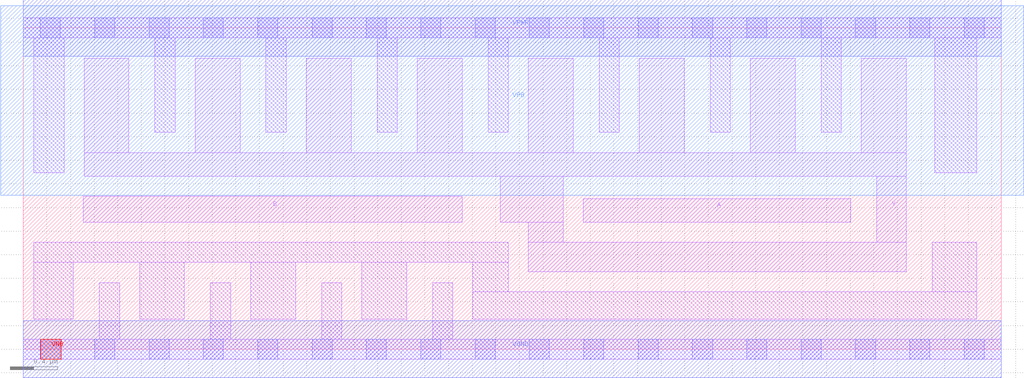
<source format=lef>
# Copyright 2020 The SkyWater PDK Authors
#
# Licensed under the Apache License, Version 2.0 (the "License");
# you may not use this file except in compliance with the License.
# You may obtain a copy of the License at
#
#     https://www.apache.org/licenses/LICENSE-2.0
#
# Unless required by applicable law or agreed to in writing, software
# distributed under the License is distributed on an "AS IS" BASIS,
# WITHOUT WARRANTIES OR CONDITIONS OF ANY KIND, either express or implied.
# See the License for the specific language governing permissions and
# limitations under the License.
#
# SPDX-License-Identifier: Apache-2.0

VERSION 5.7 ;
  NOWIREEXTENSIONATPIN ON ;
  DIVIDERCHAR "/" ;
  BUSBITCHARS "[]" ;
PROPERTYDEFINITIONS
  MACRO maskLayoutSubType STRING ;
  MACRO prCellType STRING ;
  MACRO originalViewName STRING ;
END PROPERTYDEFINITIONS
MACRO sky130_fd_sc_hdll__nand2_8
  CLASS CORE ;
  FOREIGN sky130_fd_sc_hdll__nand2_8 ;
  ORIGIN  0.000000  0.000000 ;
  SIZE  8.280000 BY  2.720000 ;
  SYMMETRY X Y R90 ;
  SITE unithd ;
  PIN A
    ANTENNAGATEAREA  2.220000 ;
    DIRECTION INPUT ;
    USE SIGNAL ;
    PORT
      LAYER li1 ;
        RECT 4.740000 1.075000 7.005000 1.275000 ;
    END
  END A
  PIN B
    ANTENNAGATEAREA  2.220000 ;
    DIRECTION INPUT ;
    USE SIGNAL ;
    PORT
      LAYER li1 ;
        RECT 0.510000 1.075000 3.715000 1.295000 ;
    END
  END B
  PIN VGND
    ANTENNADIFFAREA  0.864500 ;
    DIRECTION INOUT ;
    USE SIGNAL ;
    PORT
      LAYER met1 ;
        RECT 0.000000 -0.240000 8.280000 0.240000 ;
    END
  END VGND
  PIN VNB
    PORT
      LAYER pwell ;
        RECT 0.150000 -0.085000 0.320000 0.085000 ;
    END
  END VNB
  PIN VPB
    PORT
      LAYER nwell ;
        RECT -0.190000 1.305000 8.470000 2.910000 ;
    END
  END VPB
  PIN VPWR
    ANTENNADIFFAREA  2.690000 ;
    DIRECTION INOUT ;
    USE SIGNAL ;
    PORT
      LAYER met1 ;
        RECT 0.000000 2.480000 8.280000 2.960000 ;
    END
  END VPWR
  PIN Y
    ANTENNADIFFAREA  3.184500 ;
    DIRECTION OUTPUT ;
    USE SIGNAL ;
    PORT
      LAYER li1 ;
        RECT 0.515000 1.465000 7.475000 1.665000 ;
        RECT 0.515000 1.665000 0.895000 2.465000 ;
        RECT 1.455000 1.665000 1.835000 2.465000 ;
        RECT 2.395000 1.665000 2.775000 2.465000 ;
        RECT 3.335000 1.665000 3.715000 2.465000 ;
        RECT 4.040000 1.075000 4.570000 1.465000 ;
        RECT 4.275000 0.655000 7.475000 0.905000 ;
        RECT 4.275000 0.905000 4.570000 1.075000 ;
        RECT 4.275000 1.665000 4.655000 2.465000 ;
        RECT 5.215000 1.665000 5.595000 2.465000 ;
        RECT 6.155000 1.665000 6.535000 2.465000 ;
        RECT 7.095000 1.665000 7.475000 2.465000 ;
        RECT 7.225000 0.905000 7.475000 1.465000 ;
    END
  END Y
  OBS
    LAYER li1 ;
      RECT 0.000000 -0.085000 8.280000 0.085000 ;
      RECT 0.000000  2.635000 8.280000 2.805000 ;
      RECT 0.090000  0.255000 0.425000 0.735000 ;
      RECT 0.090000  0.735000 4.105000 0.905000 ;
      RECT 0.090000  1.495000 0.345000 2.635000 ;
      RECT 0.645000  0.085000 0.815000 0.565000 ;
      RECT 0.985000  0.255000 1.365000 0.735000 ;
      RECT 1.115000  1.835000 1.285000 2.635000 ;
      RECT 1.585000  0.085000 1.755000 0.565000 ;
      RECT 1.925000  0.255000 2.305000 0.735000 ;
      RECT 2.055000  1.835000 2.225000 2.635000 ;
      RECT 2.525000  0.085000 2.695000 0.565000 ;
      RECT 2.865000  0.255000 3.245000 0.735000 ;
      RECT 2.995000  1.835000 3.165000 2.635000 ;
      RECT 3.465000  0.085000 3.635000 0.565000 ;
      RECT 3.805000  0.255000 8.070000 0.485000 ;
      RECT 3.805000  0.485000 4.105000 0.735000 ;
      RECT 3.935000  1.835000 4.105000 2.635000 ;
      RECT 4.875000  1.835000 5.045000 2.635000 ;
      RECT 5.815000  1.835000 5.985000 2.635000 ;
      RECT 6.755000  1.835000 6.925000 2.635000 ;
      RECT 7.695000  0.485000 8.070000 0.905000 ;
      RECT 7.715000  1.495000 8.070000 2.635000 ;
    LAYER mcon ;
      RECT 0.145000 -0.085000 0.315000 0.085000 ;
      RECT 0.145000  2.635000 0.315000 2.805000 ;
      RECT 0.605000 -0.085000 0.775000 0.085000 ;
      RECT 0.605000  2.635000 0.775000 2.805000 ;
      RECT 1.065000 -0.085000 1.235000 0.085000 ;
      RECT 1.065000  2.635000 1.235000 2.805000 ;
      RECT 1.525000 -0.085000 1.695000 0.085000 ;
      RECT 1.525000  2.635000 1.695000 2.805000 ;
      RECT 1.985000 -0.085000 2.155000 0.085000 ;
      RECT 1.985000  2.635000 2.155000 2.805000 ;
      RECT 2.445000 -0.085000 2.615000 0.085000 ;
      RECT 2.445000  2.635000 2.615000 2.805000 ;
      RECT 2.905000 -0.085000 3.075000 0.085000 ;
      RECT 2.905000  2.635000 3.075000 2.805000 ;
      RECT 3.365000 -0.085000 3.535000 0.085000 ;
      RECT 3.365000  2.635000 3.535000 2.805000 ;
      RECT 3.825000 -0.085000 3.995000 0.085000 ;
      RECT 3.825000  2.635000 3.995000 2.805000 ;
      RECT 4.285000 -0.085000 4.455000 0.085000 ;
      RECT 4.285000  2.635000 4.455000 2.805000 ;
      RECT 4.745000 -0.085000 4.915000 0.085000 ;
      RECT 4.745000  2.635000 4.915000 2.805000 ;
      RECT 5.205000 -0.085000 5.375000 0.085000 ;
      RECT 5.205000  2.635000 5.375000 2.805000 ;
      RECT 5.665000 -0.085000 5.835000 0.085000 ;
      RECT 5.665000  2.635000 5.835000 2.805000 ;
      RECT 6.125000 -0.085000 6.295000 0.085000 ;
      RECT 6.125000  2.635000 6.295000 2.805000 ;
      RECT 6.585000 -0.085000 6.755000 0.085000 ;
      RECT 6.585000  2.635000 6.755000 2.805000 ;
      RECT 7.045000 -0.085000 7.215000 0.085000 ;
      RECT 7.045000  2.635000 7.215000 2.805000 ;
      RECT 7.505000 -0.085000 7.675000 0.085000 ;
      RECT 7.505000  2.635000 7.675000 2.805000 ;
      RECT 7.965000 -0.085000 8.135000 0.085000 ;
      RECT 7.965000  2.635000 8.135000 2.805000 ;
  END
  PROPERTY maskLayoutSubType "abstract" ;
  PROPERTY prCellType "standard" ;
  PROPERTY originalViewName "layout" ;
END sky130_fd_sc_hdll__nand2_8
END LIBRARY

</source>
